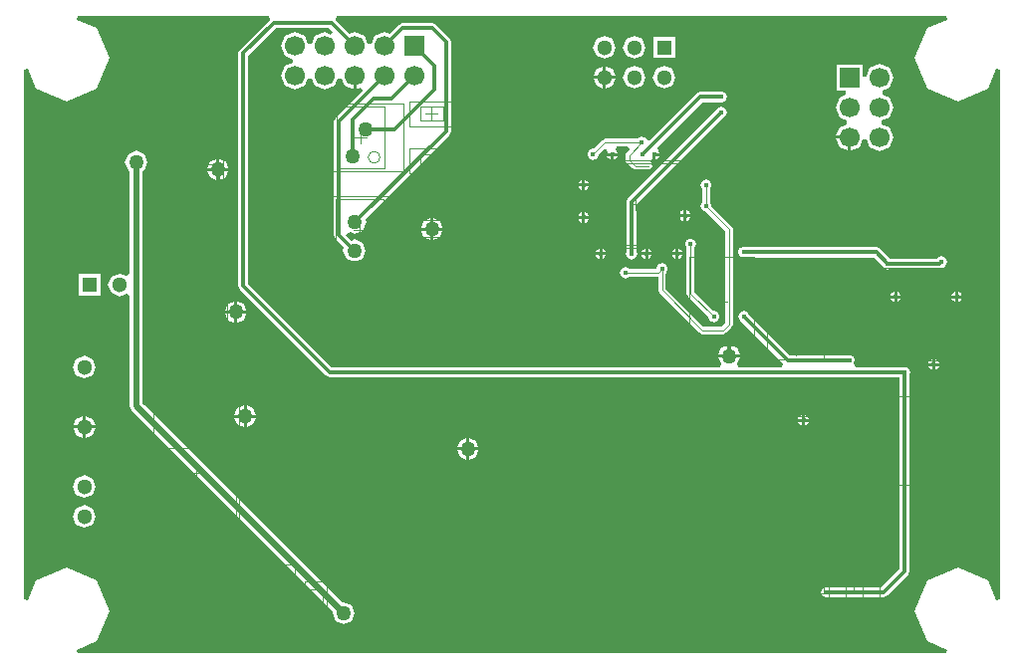
<source format=gbl>
G04 Layer_Physical_Order=2*
G04 Layer_Color=16711680*
%FSLAX42Y42*%
%MOMM*%
G71*
G01*
G75*
%ADD35C,0.30*%
%ADD36C,0.10*%
%ADD37C,0.50*%
%ADD42C,0.05*%
%ADD43R,1.30X1.30*%
%ADD44C,1.30*%
%ADD45C,1.70*%
%ADD46R,1.70X1.70*%
%ADD47R,1.70X1.70*%
%ADD48C,0.40*%
%ADD49C,1.27*%
G36*
X7887Y5437D02*
X7716Y5366D01*
X7609Y5108D01*
X7716Y4849D01*
X7975Y4742D01*
X8234Y4849D01*
X8304Y5019D01*
X8334Y5013D01*
Y502D01*
X8304Y496D01*
X8234Y666D01*
X7975Y773D01*
X7716Y666D01*
X7609Y408D01*
X7716Y149D01*
X7887Y78D01*
X7881Y49D01*
X494D01*
X488Y78D01*
X659Y149D01*
X766Y408D01*
X659Y666D01*
X400Y773D01*
X141Y666D01*
X71Y496D01*
X41Y502D01*
Y5013D01*
X71Y5019D01*
X141Y4849D01*
X400Y4742D01*
X659Y4849D01*
X766Y5108D01*
X659Y5366D01*
X488Y5437D01*
X494Y5466D01*
X2115D01*
X2117Y5464D01*
X2124Y5436D01*
X1870Y5182D01*
X1858Y5151D01*
X1858Y5151D01*
Y3169D01*
X1858Y3169D01*
X1870Y3138D01*
X2602Y2407D01*
X2602Y2407D01*
X2633Y2394D01*
X2633Y2394D01*
X7480D01*
Y766D01*
X7327Y612D01*
X6871D01*
X6857Y618D01*
X6823Y603D01*
X6808Y569D01*
X6823Y534D01*
X6857Y520D01*
X6871Y525D01*
X7345D01*
X7345Y525D01*
X7376Y538D01*
X7555Y717D01*
X7555Y717D01*
X7567Y747D01*
X7567Y747D01*
Y2424D01*
X7573Y2438D01*
X7558Y2472D01*
X7524Y2487D01*
X7511Y2481D01*
X7107D01*
X7092Y2511D01*
X7102Y2535D01*
X7087Y2570D01*
X7053Y2584D01*
X7039Y2579D01*
X6548D01*
X6196Y2931D01*
X6190Y2944D01*
X6156Y2958D01*
X6121Y2944D01*
X6107Y2909D01*
X6121Y2874D01*
X6134Y2869D01*
X6492Y2511D01*
X6482Y2481D01*
X6111D01*
X6100Y2511D01*
X6122Y2564D01*
X5940D01*
X5962Y2511D01*
X5951Y2481D01*
X2651D01*
X1945Y3187D01*
Y5133D01*
X2179Y5368D01*
X2631D01*
X2664Y5334D01*
X2647Y5308D01*
X2596Y5330D01*
X2511Y5295D01*
X2485Y5231D01*
X2453D01*
X2426Y5295D01*
X2342Y5330D01*
X2257Y5295D01*
X2222Y5210D01*
X2257Y5126D01*
X2321Y5099D01*
Y5067D01*
X2257Y5041D01*
X2222Y4956D01*
X2257Y4872D01*
X2342Y4837D01*
X2426Y4872D01*
X2453Y4935D01*
X2485D01*
X2511Y4872D01*
X2596Y4837D01*
X2680Y4872D01*
X2707Y4935D01*
X2739D01*
X2765Y4872D01*
X2837Y4842D01*
Y4956D01*
X2862D01*
Y4842D01*
X2901Y4858D01*
X2918Y4833D01*
X2683Y4597D01*
X2670Y4566D01*
X2670Y4566D01*
Y3601D01*
X2670Y3601D01*
X2683Y3571D01*
X2758Y3495D01*
X2748Y3471D01*
X2776Y3403D01*
X2844Y3375D01*
X2913Y3403D01*
X2941Y3471D01*
X2913Y3539D01*
X2844Y3567D01*
X2820Y3557D01*
X2774Y3603D01*
X2776Y3613D01*
X2810Y3631D01*
X2851Y3615D01*
X2919Y3643D01*
X2947Y3711D01*
X2937Y3735D01*
X3655Y4452D01*
X3655Y4452D01*
X3667Y4483D01*
X3667Y4483D01*
Y5249D01*
X3655Y5280D01*
X3655Y5280D01*
X3541Y5393D01*
X3510Y5406D01*
X3510Y5406D01*
X3256D01*
X3256Y5406D01*
X3225Y5393D01*
X3225Y5393D01*
X3145Y5313D01*
X3104Y5330D01*
X3019Y5295D01*
X2993Y5231D01*
X2961D01*
X2934Y5295D01*
X2850Y5330D01*
X2809Y5313D01*
X2686Y5436D01*
X2693Y5464D01*
X2695Y5466D01*
X7881D01*
X7887Y5437D01*
D02*
G37*
%LPC*%
G36*
X1851Y3040D02*
Y2961D01*
X1929D01*
X1907Y3017D01*
X1851Y3040D01*
D02*
G37*
G36*
X1826D02*
X1770Y3017D01*
X1748Y2961D01*
X1826D01*
Y3040D01*
D02*
G37*
G36*
X7434Y3065D02*
X7402D01*
X7412Y3043D01*
X7434Y3034D01*
Y3065D01*
D02*
G37*
G36*
X7954D02*
X7922D01*
X7932Y3043D01*
X7954Y3034D01*
Y3065D01*
D02*
G37*
G36*
X7490D02*
X7459D01*
Y3034D01*
X7481Y3043D01*
X7490Y3065D01*
D02*
G37*
G36*
X5704Y3575D02*
X5669Y3561D01*
X5655Y3526D01*
X5669Y3492D01*
X5671Y3491D01*
Y3107D01*
X5680Y3083D01*
X5852Y2912D01*
X5851Y2910D01*
X5866Y2876D01*
X5900Y2861D01*
X5935Y2876D01*
X5949Y2910D01*
X5935Y2945D01*
X5900Y2959D01*
X5898Y2959D01*
X5737Y3120D01*
Y3491D01*
X5738Y3492D01*
X5753Y3526D01*
X5738Y3561D01*
X5704Y3575D01*
D02*
G37*
G36*
X6044Y2667D02*
Y2589D01*
X6122D01*
X6099Y2645D01*
X6044Y2667D01*
D02*
G37*
G36*
X6018D02*
X5963Y2645D01*
X5940Y2589D01*
X6018D01*
Y2667D01*
D02*
G37*
G36*
X5834Y4079D02*
X5799Y4065D01*
X5785Y4030D01*
X5799Y3995D01*
X5801Y3994D01*
Y3887D01*
X5799Y3886D01*
X5785Y3851D01*
X5799Y3817D01*
X5834Y3802D01*
X5836Y3803D01*
X5996Y3643D01*
Y2857D01*
X5966Y2828D01*
X5815D01*
X5493Y3150D01*
Y3279D01*
X5495Y3280D01*
X5509Y3315D01*
X5495Y3350D01*
X5460Y3364D01*
X5425Y3350D01*
X5411Y3315D01*
X5187D01*
X5186Y3317D01*
X5151Y3332D01*
X5117Y3317D01*
X5102Y3283D01*
X5117Y3248D01*
X5151Y3233D01*
X5186Y3248D01*
X5187Y3250D01*
X5427D01*
Y3136D01*
X5437Y3113D01*
X5778Y2772D01*
X5801Y2762D01*
X5801Y2762D01*
X5980D01*
X6003Y2772D01*
X6052Y2820D01*
X6062Y2844D01*
Y3656D01*
X6052Y3680D01*
X5882Y3849D01*
X5883Y3851D01*
X5868Y3886D01*
X5867Y3887D01*
Y3994D01*
X5868Y3995D01*
X5883Y4030D01*
X5868Y4065D01*
X5834Y4079D01*
D02*
G37*
G36*
X1929Y2936D02*
X1851D01*
Y2858D01*
X1907Y2881D01*
X1929Y2936D01*
D02*
G37*
G36*
X1826D02*
X1748D01*
X1770Y2881D01*
X1826Y2858D01*
Y2936D01*
D02*
G37*
G36*
X6154Y3507D02*
X6120Y3492D01*
X6105Y3458D01*
X6120Y3423D01*
X6154Y3408D01*
X6167Y3414D01*
X7266D01*
X7341Y3338D01*
X7347Y3325D01*
X7381Y3311D01*
X7394Y3316D01*
X7820D01*
X7820Y3316D01*
X7851Y3329D01*
X7858Y3336D01*
X7871Y3342D01*
X7885Y3376D01*
X7871Y3411D01*
X7836Y3425D01*
X7802Y3411D01*
X7798Y3404D01*
X7399D01*
X7315Y3488D01*
X7284Y3501D01*
X7284Y3501D01*
X6167D01*
X6154Y3507D01*
D02*
G37*
G36*
X991Y4321D02*
X923Y4293D01*
X895Y4225D01*
X923Y4157D01*
X937Y4151D01*
Y3272D01*
X907Y3256D01*
X850Y3279D01*
X781Y3250D01*
X752Y3181D01*
X781Y3112D01*
X850Y3083D01*
X907Y3107D01*
X937Y3090D01*
Y2152D01*
X953Y2114D01*
X2664Y402D01*
X2659Y389D01*
X2687Y321D01*
X2755Y293D01*
X2823Y321D01*
X2851Y389D01*
X2823Y457D01*
X2755Y485D01*
X2742Y479D01*
X1046Y2175D01*
Y4151D01*
X1059Y4157D01*
X1087Y4225D01*
X1059Y4293D01*
X991Y4321D01*
D02*
G37*
G36*
X5964Y4698D02*
X5929Y4684D01*
X5923Y4668D01*
X5169Y3915D01*
X5156Y3884D01*
X5156Y3884D01*
Y3458D01*
X5151Y3445D01*
X5165Y3410D01*
X5200Y3396D01*
X5235Y3410D01*
X5249Y3445D01*
X5244Y3458D01*
Y3866D01*
X5988Y4610D01*
X5998Y4614D01*
X6013Y4649D01*
X5998Y4684D01*
X5964Y4698D01*
D02*
G37*
G36*
X4984Y3432D02*
X4953D01*
Y3401D01*
X4975Y3410D01*
X4984Y3432D01*
D02*
G37*
G36*
X4927D02*
X4896D01*
X4905Y3410D01*
X4927Y3401D01*
Y3432D01*
D02*
G37*
G36*
X686Y3272D02*
X506D01*
Y3091D01*
X686D01*
Y3272D01*
D02*
G37*
G36*
X7434Y3121D02*
X7412Y3112D01*
X7402Y3090D01*
X7434D01*
Y3121D01*
D02*
G37*
G36*
X8010Y3065D02*
X7979D01*
Y3034D01*
X8001Y3043D01*
X8010Y3065D01*
D02*
G37*
G36*
X7459Y3121D02*
Y3090D01*
X7490D01*
X7481Y3112D01*
X7459Y3121D01*
D02*
G37*
G36*
X7979D02*
Y3090D01*
X8010D01*
X8001Y3112D01*
X7979Y3121D01*
D02*
G37*
G36*
X7954D02*
X7932Y3112D01*
X7922Y3090D01*
X7954D01*
Y3121D01*
D02*
G37*
G36*
X7784Y2546D02*
Y2515D01*
X7815D01*
X7806Y2537D01*
X7784Y2546D01*
D02*
G37*
G36*
X537Y1961D02*
X457D01*
X481Y1904D01*
X537Y1881D01*
Y1961D01*
D02*
G37*
G36*
X643D02*
X563D01*
Y1881D01*
X619Y1904D01*
X643Y1961D01*
D02*
G37*
G36*
X1905Y2051D02*
X1827D01*
X1849Y1996D01*
X1905Y1973D01*
Y2051D01*
D02*
G37*
G36*
X6650Y2016D02*
X6618D01*
X6628Y1994D01*
X6650Y1985D01*
Y2016D01*
D02*
G37*
G36*
X2008Y2051D02*
X1930D01*
Y1973D01*
X1986Y1996D01*
X2008Y2051D01*
D02*
G37*
G36*
X3822Y1877D02*
Y1799D01*
X3900D01*
X3877Y1854D01*
X3822Y1877D01*
D02*
G37*
G36*
X550Y1563D02*
X481Y1534D01*
X452Y1465D01*
X481Y1396D01*
X550Y1367D01*
X619Y1396D01*
X648Y1465D01*
X619Y1534D01*
X550Y1563D01*
D02*
G37*
G36*
Y1309D02*
X481Y1280D01*
X452Y1211D01*
X481Y1142D01*
X550Y1113D01*
X619Y1142D01*
X648Y1211D01*
X619Y1280D01*
X550Y1309D01*
D02*
G37*
G36*
X3796Y1774D02*
X3718D01*
X3741Y1718D01*
X3796Y1695D01*
Y1774D01*
D02*
G37*
G36*
Y1877D02*
X3741Y1854D01*
X3718Y1799D01*
X3796D01*
Y1877D01*
D02*
G37*
G36*
X3900Y1774D02*
X3822D01*
Y1695D01*
X3877Y1718D01*
X3900Y1774D01*
D02*
G37*
G36*
X550Y2579D02*
X481Y2550D01*
X452Y2481D01*
X481Y2412D01*
X550Y2383D01*
X619Y2412D01*
X648Y2481D01*
X619Y2550D01*
X550Y2579D01*
D02*
G37*
G36*
X1930Y2155D02*
Y2076D01*
X2008D01*
X1986Y2132D01*
X1930Y2155D01*
D02*
G37*
G36*
X7759Y2490D02*
X7727D01*
X7737Y2468D01*
X7759Y2459D01*
Y2490D01*
D02*
G37*
G36*
Y2546D02*
X7737Y2537D01*
X7727Y2515D01*
X7759D01*
Y2546D01*
D02*
G37*
G36*
X7815Y2490D02*
X7784D01*
Y2459D01*
X7806Y2468D01*
X7815Y2490D01*
D02*
G37*
G36*
X1905Y2155D02*
X1849Y2132D01*
X1827Y2076D01*
X1905D01*
Y2155D01*
D02*
G37*
G36*
X537Y2066D02*
X481Y2042D01*
X457Y1986D01*
X537D01*
Y2066D01*
D02*
G37*
G36*
X6706Y2016D02*
X6675D01*
Y1985D01*
X6697Y1994D01*
X6706Y2016D01*
D02*
G37*
G36*
X563Y2066D02*
Y1986D01*
X643D01*
X619Y2042D01*
X563Y2066D01*
D02*
G37*
G36*
X6675Y2073D02*
Y2041D01*
X6706D01*
X6697Y2064D01*
X6675Y2073D01*
D02*
G37*
G36*
X6650D02*
X6628Y2064D01*
X6618Y2041D01*
X6650D01*
Y2073D01*
D02*
G37*
G36*
X5025Y4277D02*
X4994D01*
X5003Y4255D01*
X5025Y4246D01*
Y4277D01*
D02*
G37*
G36*
X1697Y4252D02*
Y4174D01*
X1776D01*
X1753Y4229D01*
X1697Y4252D01*
D02*
G37*
G36*
X5081Y4277D02*
X5050D01*
Y4246D01*
X5072Y4255D01*
X5081Y4277D01*
D02*
G37*
G36*
X7040Y4423D02*
X6938D01*
X6968Y4352D01*
X7040Y4322D01*
Y4423D01*
D02*
G37*
G36*
X5439Y4277D02*
X5408D01*
Y4246D01*
X5430Y4255D01*
X5439Y4277D01*
D02*
G37*
G36*
X1672Y4252D02*
X1617Y4229D01*
X1594Y4174D01*
X1672D01*
Y4252D01*
D02*
G37*
G36*
X4781Y4074D02*
X4759Y4065D01*
X4750Y4043D01*
X4781D01*
Y4074D01*
D02*
G37*
G36*
X4838Y4017D02*
X4806D01*
Y3986D01*
X4828Y3995D01*
X4838Y4017D01*
D02*
G37*
G36*
X4806Y4074D02*
Y4043D01*
X4838D01*
X4828Y4065D01*
X4806Y4074D01*
D02*
G37*
G36*
X1776Y4149D02*
X1697D01*
Y4070D01*
X1753Y4093D01*
X1776Y4149D01*
D02*
G37*
G36*
X1672D02*
X1594D01*
X1617Y4093D01*
X1672Y4070D01*
Y4149D01*
D02*
G37*
G36*
X4985Y5039D02*
Y4959D01*
X5065D01*
X5042Y5015D01*
X4985Y5039D01*
D02*
G37*
G36*
X4960Y5039D02*
X4903Y5015D01*
X4880Y4959D01*
X4960D01*
Y5039D01*
D02*
G37*
G36*
X4972Y5298D02*
X4903Y5269D01*
X4875Y5200D01*
X4903Y5131D01*
X4972Y5102D01*
X5042Y5131D01*
X5070Y5200D01*
X5042Y5269D01*
X4972Y5298D01*
D02*
G37*
G36*
X5571Y5290D02*
X5390D01*
Y5110D01*
X5571D01*
Y5290D01*
D02*
G37*
G36*
X5226Y5298D02*
X5157Y5269D01*
X5129Y5200D01*
X5157Y5131D01*
X5226Y5102D01*
X5296Y5131D01*
X5324Y5200D01*
X5296Y5269D01*
X5226Y5298D01*
D02*
G37*
G36*
X7308Y5059D02*
X7224Y5024D01*
X7197Y4958D01*
X7193Y4949D01*
X7163Y4955D01*
Y4955D01*
X7163Y4955D01*
X7163Y4985D01*
Y5050D01*
X6942D01*
Y4830D01*
X7018D01*
X7024Y4800D01*
X6968Y4776D01*
X6933Y4692D01*
X6968Y4608D01*
X7034Y4580D01*
Y4548D01*
X6968Y4520D01*
X6938Y4449D01*
X7052D01*
Y4436D01*
X7065D01*
Y4322D01*
X7137Y4352D01*
X7164Y4416D01*
X7196D01*
X7222Y4354D01*
X7307Y4319D01*
X7391Y4354D01*
X7426Y4438D01*
X7391Y4522D01*
X7328Y4549D01*
Y4581D01*
X7391Y4608D01*
X7426Y4692D01*
X7391Y4776D01*
X7336Y4799D01*
Y4832D01*
X7393Y4856D01*
X7428Y4940D01*
X7393Y5024D01*
X7308Y5059D01*
D02*
G37*
G36*
X5226Y5044D02*
X5157Y5015D01*
X5129Y4946D01*
X5157Y4877D01*
X5226Y4848D01*
X5296Y4877D01*
X5324Y4946D01*
X5296Y5015D01*
X5226Y5044D01*
D02*
G37*
G36*
X5964Y4827D02*
X5951Y4821D01*
X5785D01*
X5754Y4808D01*
X5754Y4808D01*
X5357Y4412D01*
X5328Y4417D01*
X5325Y4425D01*
X5290Y4439D01*
X5255Y4425D01*
X5254Y4423D01*
X4975D01*
X4952Y4413D01*
X4877Y4338D01*
X4875Y4339D01*
X4840Y4325D01*
X4826Y4290D01*
X4840Y4255D01*
X4875Y4241D01*
X4910Y4255D01*
X4924Y4290D01*
X4923Y4292D01*
X4975Y4343D01*
X4980Y4341D01*
X4995Y4306D01*
X4994Y4303D01*
X5081D01*
X5072Y4325D01*
X5067Y4327D01*
X5073Y4357D01*
X5171D01*
X5183Y4329D01*
X5160Y4307D01*
X5151Y4284D01*
Y4241D01*
X5160Y4218D01*
X5209Y4169D01*
X5233Y4160D01*
X5348D01*
X5371Y4169D01*
X5381Y4192D01*
X5371Y4216D01*
X5369Y4217D01*
X5364Y4242D01*
X5374Y4250D01*
X5382Y4246D01*
Y4290D01*
X5395D01*
Y4303D01*
X5439D01*
X5430Y4325D01*
X5429Y4325D01*
X5424Y4354D01*
X5803Y4734D01*
X5951D01*
X5964Y4728D01*
X5998Y4743D01*
X6013Y4778D01*
X5998Y4812D01*
X5964Y4827D01*
D02*
G37*
G36*
X5481Y5044D02*
X5411Y5015D01*
X5383Y4946D01*
X5411Y4877D01*
X5481Y4848D01*
X5550Y4877D01*
X5578Y4946D01*
X5550Y5015D01*
X5481Y5044D01*
D02*
G37*
G36*
X4960Y4933D02*
X4880D01*
X4903Y4877D01*
X4960Y4853D01*
Y4933D01*
D02*
G37*
G36*
X5065D02*
X4985D01*
Y4853D01*
X5042Y4877D01*
X5065Y4933D01*
D02*
G37*
G36*
X4781Y4017D02*
X4750D01*
X4759Y3995D01*
X4781Y3986D01*
Y4017D01*
D02*
G37*
G36*
X5343Y3489D02*
Y3458D01*
X5374D01*
X5365Y3480D01*
X5343Y3489D01*
D02*
G37*
G36*
X5317D02*
X5295Y3480D01*
X5286Y3458D01*
X5317D01*
Y3489D01*
D02*
G37*
G36*
X5577D02*
X5555Y3480D01*
X5546Y3458D01*
X5577D01*
Y3489D01*
D02*
G37*
G36*
X3491Y3643D02*
X3413D01*
X3435Y3588D01*
X3491Y3565D01*
Y3643D01*
D02*
G37*
G36*
X5603Y3489D02*
Y3458D01*
X5634D01*
X5625Y3480D01*
X5603Y3489D01*
D02*
G37*
G36*
X4953Y3489D02*
Y3458D01*
X4984D01*
X4975Y3480D01*
X4953Y3489D01*
D02*
G37*
G36*
X5374Y3432D02*
X5343D01*
Y3401D01*
X5365Y3410D01*
X5374Y3432D01*
D02*
G37*
G36*
X5317D02*
X5286D01*
X5295Y3410D01*
X5317Y3401D01*
Y3432D01*
D02*
G37*
G36*
X5577D02*
X5546D01*
X5555Y3410D01*
X5577Y3401D01*
Y3432D01*
D02*
G37*
G36*
X4927Y3489D02*
X4905Y3480D01*
X4896Y3458D01*
X4927D01*
Y3489D01*
D02*
G37*
G36*
X5634Y3432D02*
X5603D01*
Y3401D01*
X5625Y3410D01*
X5634Y3432D01*
D02*
G37*
G36*
X4781Y3798D02*
X4759Y3788D01*
X4750Y3766D01*
X4781D01*
Y3798D01*
D02*
G37*
G36*
X5699Y3757D02*
X5668D01*
Y3726D01*
X5690Y3735D01*
X5699Y3757D01*
D02*
G37*
G36*
X4806Y3798D02*
Y3766D01*
X4838D01*
X4828Y3788D01*
X4806Y3798D01*
D02*
G37*
G36*
X5668Y3814D02*
Y3783D01*
X5699D01*
X5690Y3805D01*
X5668Y3814D01*
D02*
G37*
G36*
X5642D02*
X5620Y3805D01*
X5611Y3783D01*
X5642D01*
Y3814D01*
D02*
G37*
G36*
Y3757D02*
X5611D01*
X5620Y3735D01*
X5642Y3726D01*
Y3757D01*
D02*
G37*
G36*
X3491Y3747D02*
X3435Y3724D01*
X3413Y3668D01*
X3491D01*
Y3747D01*
D02*
G37*
G36*
X3594Y3643D02*
X3516D01*
Y3565D01*
X3572Y3588D01*
X3594Y3643D01*
D02*
G37*
G36*
X3516Y3747D02*
Y3668D01*
X3594D01*
X3572Y3724D01*
X3516Y3747D01*
D02*
G37*
G36*
X4838Y3741D02*
X4806D01*
Y3710D01*
X4828Y3719D01*
X4838Y3741D01*
D02*
G37*
G36*
X4781D02*
X4750D01*
X4759Y3719D01*
X4781Y3710D01*
Y3741D01*
D02*
G37*
%LPD*%
D35*
X1901Y3169D02*
Y5151D01*
Y3169D02*
X2633Y2438D01*
X1901Y5151D02*
X2161Y5411D01*
X5785Y4778D02*
X5964D01*
X5297Y4290D02*
X5785Y4778D01*
X5200Y3884D02*
X5964Y4648D01*
X5200Y3445D02*
Y3884D01*
X7820Y3360D02*
X7836Y3376D01*
X7381Y3360D02*
X7820D01*
X7284Y3458D02*
X7381Y3360D01*
X6154Y3458D02*
X7284D01*
X6530Y2535D02*
X7053D01*
X6156Y2909D02*
X6530Y2535D01*
X2633Y2438D02*
X7524D01*
X2161Y5411D02*
X2649D01*
X2850Y5210D01*
X2714Y4566D02*
X3104Y4956D01*
X2714Y3601D02*
Y4566D01*
Y3601D02*
X2844Y3471D01*
X3006Y4761D02*
X3159D01*
X2941Y4501D02*
X3185D01*
X2827Y4583D02*
X3006Y4761D01*
X3185Y4501D02*
X3526Y4842D01*
X2827Y4274D02*
Y4583D01*
X6857Y569D02*
X7345D01*
X7524Y747D01*
Y2438D01*
X2851Y3711D02*
X3624Y4483D01*
Y5249D01*
X3358Y5210D02*
X3526Y5042D01*
Y4842D02*
Y5042D01*
X3159Y4761D02*
X3355Y4957D01*
X3104Y5210D02*
X3256Y5362D01*
X3510D01*
X3624Y5249D01*
D36*
X5233Y4192D02*
X5348D01*
X5184Y4241D02*
X5233Y4192D01*
X5184Y4241D02*
Y4284D01*
X5290Y4390D01*
X5834Y3851D02*
Y4030D01*
Y3851D02*
X5834Y3851D01*
X6029Y3656D01*
Y2844D02*
Y3656D01*
X5980Y2795D02*
X6029Y2844D01*
X5801Y2795D02*
X5980D01*
X5460Y3136D02*
X5801Y2795D01*
X5460Y3136D02*
Y3315D01*
X5428Y3283D02*
X5460Y3315D01*
X5151Y3283D02*
X5428D01*
X4975Y4390D02*
X5290D01*
X4875Y4290D02*
X4975Y4390D01*
X5704Y3107D02*
X5900Y2910D01*
X5704Y3107D02*
Y3526D01*
X3064Y4265D02*
G03*
X3064Y4265I-50J0D01*
G01*
X3056Y3477D02*
G03*
X3056Y3477I-50J0D01*
G01*
X7354Y2796D02*
G03*
X7354Y2796I-50J0D01*
G01*
X6326Y4872D02*
G03*
X6326Y4872I-50J0D01*
G01*
X570Y4035D02*
X745D01*
X570Y3733D02*
X745D01*
X570D02*
Y4035D01*
X745Y3733D02*
Y4035D01*
X6519Y1849D02*
Y2169D01*
X6349Y1849D02*
Y2169D01*
X6519D01*
X6349Y1849D02*
X6519D01*
X7865Y2270D02*
X8065D01*
X7865Y2145D02*
X8065D01*
X7865D02*
Y2270D01*
X8065Y2145D02*
Y2270D01*
X7865Y2020D02*
X8065D01*
X7865Y1895D02*
X8065D01*
X7865D02*
Y2020D01*
X8065Y1895D02*
Y2020D01*
X7855Y1644D02*
X8055D01*
X7855Y1769D02*
X8055D01*
Y1644D02*
Y1769D01*
X7855Y1644D02*
Y1769D01*
X6412Y1386D02*
X6732D01*
X6412Y1216D02*
X6732D01*
X6412D02*
Y1386D01*
X6732Y1216D02*
Y1386D01*
X3104Y4176D02*
Y4696D01*
X2694Y4176D02*
Y4696D01*
Y4176D02*
X3104D01*
X2694Y4696D02*
X3104D01*
X3096Y3387D02*
Y3907D01*
X2686Y3387D02*
Y3907D01*
Y3387D02*
X3096D01*
X2686Y3907D02*
X3096D01*
X1300Y2361D02*
Y2606D01*
X1375Y2681D01*
X1700D01*
X1380Y2281D02*
X1700D01*
X1300Y2361D02*
X1380Y2281D01*
X1700D02*
Y2681D01*
X1988Y336D02*
X2233D01*
X1912Y411D02*
X1988Y336D01*
X1912Y411D02*
Y736D01*
X2312Y416D02*
Y736D01*
X2233Y336D02*
X2312Y416D01*
X1912Y736D02*
X2312D01*
X1371Y3806D02*
X1616D01*
X1296Y3881D02*
X1371Y3806D01*
X1296Y3881D02*
Y4206D01*
X1696Y3886D02*
Y4206D01*
X1616Y3806D02*
X1696Y3886D01*
X1296Y4206D02*
X1696D01*
X1570Y2901D02*
Y3321D01*
X1730Y2901D02*
Y3321D01*
X1570Y2901D02*
X1730D01*
X1570Y3321D02*
X1730D01*
X1430Y391D02*
Y811D01*
X1270Y391D02*
Y811D01*
X1430D01*
X1270Y391D02*
X1430D01*
X7214Y2706D02*
X8004D01*
X7214Y3156D02*
X8004D01*
X7214Y2706D02*
Y3156D01*
X8004Y2706D02*
Y3156D01*
X4883Y3517D02*
Y4217D01*
X5583Y3517D02*
Y4217D01*
X4883D02*
X5583D01*
X4883Y3517D02*
X5583D01*
X3040Y164D02*
Y1364D01*
X4240Y164D02*
Y1364D01*
X3040D02*
X4240D01*
X3040Y164D02*
X4240D01*
X7074Y2909D02*
Y3229D01*
X6904Y2909D02*
Y3229D01*
X7074D01*
X6904Y2909D02*
X7074D01*
X6412Y940D02*
X6732D01*
X6412Y1110D02*
X6732D01*
Y940D02*
Y1110D01*
X6412Y940D02*
Y1110D01*
X228Y3749D02*
Y3949D01*
X348Y3749D02*
Y3949D01*
X228Y3749D02*
X348D01*
X228Y3949D02*
X348D01*
X478Y4239D02*
Y4439D01*
X598Y4239D02*
Y4439D01*
X478Y4239D02*
X598D01*
X478Y4439D02*
X598D01*
X6691Y2111D02*
X6891D01*
X6691Y2231D02*
X6891D01*
Y2111D02*
Y2231D01*
X6691Y2111D02*
Y2231D01*
X3403Y4575D02*
X3603D01*
X3403Y4695D02*
X3603D01*
Y4575D02*
Y4695D01*
X3403Y4575D02*
Y4695D01*
Y4175D02*
X3603D01*
X3403Y4295D02*
X3603D01*
Y4175D02*
Y4295D01*
X3403Y4175D02*
Y4295D01*
Y3775D02*
X3603D01*
X3403Y3895D02*
X3603D01*
Y3775D02*
Y3895D01*
X3403Y3775D02*
Y3895D01*
Y3425D02*
X3603D01*
X3403Y3545D02*
X3603D01*
Y3425D02*
Y3545D01*
X3403Y3425D02*
Y3545D01*
X1290Y3051D02*
Y3251D01*
X1410Y3051D02*
Y3251D01*
X1290Y3051D02*
X1410D01*
X1290Y3251D02*
X1410D01*
X1590Y461D02*
Y661D01*
X1710Y461D02*
Y661D01*
X1590Y461D02*
X1710D01*
X1590Y661D02*
X1710D01*
X2456Y388D02*
Y588D01*
X2581Y388D02*
Y588D01*
X2456Y388D02*
X2581D01*
X2456Y588D02*
X2581D01*
X3999Y1477D02*
X4199D01*
X3999Y1602D02*
X4199D01*
Y1477D02*
Y1602D01*
X3999Y1477D02*
Y1602D01*
Y1727D02*
X4199D01*
X3999Y1852D02*
X4199D01*
Y1727D02*
Y1852D01*
X3999Y1727D02*
Y1852D01*
X718Y4230D02*
Y4430D01*
X843Y4230D02*
Y4430D01*
X718Y4230D02*
X843D01*
X718Y4430D02*
X843D01*
X6976Y959D02*
X7176D01*
X6976Y1084D02*
X7176D01*
Y959D02*
Y1084D01*
X6976Y959D02*
Y1084D01*
X4254Y5059D02*
Y5259D01*
X4379Y5059D02*
Y5259D01*
X4254Y5059D02*
X4379D01*
X4254Y5259D02*
X4379D01*
X4612Y5059D02*
Y5259D01*
X4737Y5059D02*
Y5259D01*
X4612Y5059D02*
X4737D01*
X4612Y5259D02*
X4737D01*
X2381Y4295D02*
Y4455D01*
X2461Y4295D02*
Y4455D01*
X2381Y4295D02*
X2461D01*
X2381Y4455D02*
X2461D01*
X2203Y4205D02*
Y4365D01*
X2283Y4205D02*
Y4365D01*
X2203Y4205D02*
X2283D01*
X2203Y4365D02*
X2283D01*
X2244Y3779D02*
X2404D01*
X2244Y3699D02*
X2404D01*
X2244D02*
Y3779D01*
X2404Y3699D02*
Y3779D01*
X2244Y3616D02*
X2404D01*
X2244Y3536D02*
X2404D01*
X2244D02*
Y3616D01*
X2404Y3536D02*
Y3616D01*
X6553Y880D02*
X6693D01*
X6553Y580D02*
X6693D01*
X6553D02*
Y880D01*
X6693Y580D02*
Y880D01*
X6739Y2001D02*
X6879D01*
X6739Y1701D02*
X6879D01*
X6739D02*
Y2001D01*
X6879Y1701D02*
Y2001D01*
X7022Y785D02*
X7162D01*
X7022Y485D02*
X7162D01*
X7022D02*
Y785D01*
X7162Y485D02*
Y785D01*
X1162Y1156D02*
Y1791D01*
X1838Y1156D02*
Y1791D01*
X1162Y1156D02*
X1838D01*
X1162Y1791D02*
X1838D01*
X6186Y4462D02*
X6586D01*
X6186Y4962D02*
X6586D01*
Y4462D02*
Y4962D01*
X6186Y4462D02*
Y4962D01*
X6825Y2883D02*
Y3303D01*
X6665Y2883D02*
Y3303D01*
X6825D01*
X6665Y2883D02*
X6825D01*
X4288Y4747D02*
X4708D01*
X4288Y4907D02*
X4708D01*
Y4747D02*
Y4907D01*
X4288Y4747D02*
Y4907D01*
X657Y3834D02*
Y3934D01*
X607Y3884D02*
X707D01*
X5964Y2989D02*
Y3089D01*
X5914Y3039D02*
X6014D01*
X6384Y2009D02*
X6484D01*
X6434Y1959D02*
Y2059D01*
X7344Y1804D02*
Y1904D01*
X7294Y1854D02*
X7394D01*
X7965Y2157D02*
Y2257D01*
X7915Y2207D02*
X8015D01*
X7965Y1907D02*
Y2007D01*
X7915Y1957D02*
X8015D01*
X7955Y1656D02*
Y1756D01*
X7905Y1706D02*
X8005D01*
X6572Y1251D02*
Y1351D01*
X6522Y1301D02*
X6622D01*
X2849Y4435D02*
X2949D01*
X2899Y4385D02*
Y4485D01*
X2841Y3647D02*
X2941D01*
X2891Y3597D02*
Y3697D01*
X1500Y2431D02*
Y2531D01*
X1450Y2481D02*
X1550D01*
X2062Y536D02*
X2162D01*
X2112Y486D02*
Y586D01*
X1446Y4006D02*
X1546D01*
X1496Y3956D02*
Y4056D01*
X1600Y3111D02*
X1700D01*
X1650Y3061D02*
Y3161D01*
X1300Y601D02*
X1400D01*
X1350Y551D02*
Y651D01*
X7609Y2881D02*
Y2981D01*
X7559Y2931D02*
X7659D01*
X5183Y3867D02*
X5283D01*
X5233Y3817D02*
Y3917D01*
X3590Y764D02*
X3690D01*
X3640Y714D02*
Y814D01*
X6939Y3069D02*
X7039D01*
X6989Y3019D02*
Y3119D01*
X6572Y975D02*
Y1075D01*
X6522Y1025D02*
X6622D01*
X238Y3849D02*
X338D01*
X288Y3799D02*
Y3899D01*
X488Y4339D02*
X588D01*
X538Y4289D02*
Y4389D01*
X6791Y2121D02*
Y2221D01*
X6741Y2171D02*
X6841D01*
X3503Y4585D02*
Y4685D01*
X3453Y4635D02*
X3553D01*
X3503Y4185D02*
Y4285D01*
X3453Y4235D02*
X3553D01*
X3503Y3785D02*
Y3885D01*
X3453Y3835D02*
X3553D01*
X3503Y3435D02*
Y3535D01*
X3453Y3485D02*
X3553D01*
X1300Y3151D02*
X1400D01*
X1350Y3101D02*
Y3201D01*
X1600Y561D02*
X1700D01*
X1650Y511D02*
Y611D01*
X6325Y3361D02*
X6565D01*
X6325Y2881D02*
Y3361D01*
Y2881D02*
X6565D01*
Y3361D01*
X6355Y3121D02*
X6535D01*
X6445Y3031D02*
Y3211D01*
X6835Y2550D02*
Y2790D01*
X6355D02*
X6835D01*
X6355Y2550D02*
Y2790D01*
Y2550D02*
X6835D01*
X6595Y2580D02*
Y2760D01*
X6505Y2670D02*
X6685D01*
X2469Y488D02*
X2569D01*
X2519Y438D02*
Y538D01*
X4099Y1490D02*
Y1590D01*
X4049Y1540D02*
X4149D01*
X4099Y1740D02*
Y1840D01*
X4049Y1790D02*
X4149D01*
X730Y4330D02*
X830D01*
X780Y4280D02*
Y4380D01*
X7076Y971D02*
Y1071D01*
X7026Y1021D02*
X7126D01*
X4267Y5159D02*
X4367D01*
X4317Y5109D02*
Y5209D01*
X4624Y5159D02*
X4724D01*
X4674Y5109D02*
Y5209D01*
X2381Y4375D02*
X2461D01*
X2421Y4335D02*
Y4415D01*
X2203Y4285D02*
X2283D01*
X2243Y4245D02*
Y4325D01*
X2324Y3699D02*
Y3779D01*
X2284Y3739D02*
X2364D01*
X2324Y3536D02*
Y3616D01*
X2284Y3576D02*
X2364D01*
X6623Y680D02*
Y780D01*
X6573Y730D02*
X6673D01*
X6809Y1801D02*
Y1901D01*
X6759Y1851D02*
X6859D01*
X7093Y585D02*
Y685D01*
X7043Y635D02*
X7143D01*
X1450Y1581D02*
X1550D01*
X1500Y1531D02*
Y1631D01*
X6386Y4662D02*
Y4762D01*
X6336Y4712D02*
X6436D01*
X6695Y3092D02*
X6795D01*
X6745Y3042D02*
Y3142D01*
X4498Y4777D02*
Y4877D01*
X4448Y4827D02*
X4548D01*
D37*
X991Y2152D02*
X2755Y389D01*
X991Y2152D02*
Y4225D01*
D42*
X457Y4059D02*
X857D01*
X457Y3709D02*
X857D01*
X457D02*
Y4059D01*
X857Y3709D02*
Y4059D01*
X5689Y3416D02*
X6239D01*
X5689Y2661D02*
X6239D01*
Y3416D01*
X5689Y2661D02*
Y3416D01*
X6549Y1779D02*
Y2239D01*
X6319Y1779D02*
Y2239D01*
X6549D01*
X6319Y1779D02*
X6549D01*
X7069Y2231D02*
X7619D01*
X7069Y1476D02*
X7619D01*
Y2231D01*
X7069Y1476D02*
Y2231D01*
X7790Y2302D02*
X8140D01*
X7790Y2112D02*
X8140D01*
X7790D02*
Y2302D01*
X8140Y2112D02*
Y2302D01*
X7790Y2052D02*
X8140D01*
X7790Y1862D02*
X8140D01*
X7790D02*
Y2052D01*
X8140Y1862D02*
Y2052D01*
X7780Y1611D02*
X8130D01*
X7780Y1801D02*
X8130D01*
Y1611D02*
Y1801D01*
X7780Y1611D02*
Y1801D01*
X6342Y1416D02*
X6803D01*
X6342Y1186D02*
X6803D01*
X6342D02*
Y1416D01*
X6803Y1186D02*
Y1416D01*
X3264Y4151D02*
Y4721D01*
X2534Y4151D02*
Y4721D01*
Y4151D02*
X3264D01*
X2534Y4721D02*
X3264D01*
X3256Y3362D02*
Y3932D01*
X2526Y3362D02*
Y3932D01*
Y3362D02*
X3256D01*
X2526Y3932D02*
X3256D01*
X1230Y2251D02*
X1770D01*
X1230Y2711D02*
X1770D01*
Y2251D02*
Y2711D01*
X1230Y2251D02*
Y2711D01*
X2342Y266D02*
Y806D01*
X1883Y266D02*
Y806D01*
X2342D01*
X1883Y266D02*
X2342D01*
X1726Y3736D02*
Y4276D01*
X1266Y3736D02*
Y4276D01*
X1726D01*
X1266Y3736D02*
X1726D01*
X1760Y2836D02*
Y3386D01*
X1540Y2836D02*
X1760D01*
X1540D02*
Y3386D01*
X1760D01*
X1240Y326D02*
Y876D01*
X1460D01*
Y326D02*
Y876D01*
X1240Y326D02*
X1460D01*
X7189Y2536D02*
X8029D01*
X7189Y3326D02*
X8029D01*
X7189Y2536D02*
Y3326D01*
X8029Y2536D02*
Y3326D01*
X4858Y3492D02*
Y4242D01*
X5608Y3492D02*
Y4242D01*
X4858D02*
X5608D01*
X4858Y3492D02*
X5608D01*
X2965Y139D02*
Y1389D01*
X4315Y139D02*
Y1389D01*
X2965D02*
X4315D01*
X2965Y139D02*
X4315D01*
X7104Y2839D02*
Y3299D01*
X6874Y2839D02*
Y3299D01*
X7104D01*
X6874Y2839D02*
X7104D01*
X6342Y910D02*
X6803D01*
X6342Y1140D02*
X6803D01*
Y910D02*
Y1140D01*
X6342Y910D02*
Y1140D01*
X183Y3659D02*
Y4039D01*
X393Y3659D02*
Y4039D01*
X183Y3659D02*
X393D01*
X183Y4039D02*
X393D01*
X433Y4149D02*
Y4529D01*
X643Y4149D02*
Y4529D01*
X433Y4149D02*
X643D01*
X433Y4529D02*
X643D01*
X6601Y2066D02*
X6981D01*
X6601Y2276D02*
X6981D01*
Y2066D02*
Y2276D01*
X6601Y2066D02*
Y2276D01*
X3312Y4530D02*
X3692D01*
X3312Y4740D02*
X3692D01*
Y4530D02*
Y4740D01*
X3312Y4530D02*
Y4740D01*
Y4130D02*
X3692D01*
X3312Y4340D02*
X3692D01*
Y4130D02*
Y4340D01*
X3312Y4130D02*
Y4340D01*
Y3730D02*
X3692D01*
X3312Y3940D02*
X3692D01*
Y3730D02*
Y3940D01*
X3312Y3730D02*
Y3940D01*
Y3380D02*
X3692D01*
X3312Y3590D02*
X3692D01*
Y3380D02*
Y3590D01*
X3312Y3380D02*
Y3590D01*
X1245Y2961D02*
Y3341D01*
X1455Y2961D02*
Y3341D01*
X1245Y2961D02*
X1455D01*
X1245Y3341D02*
X1455D01*
X1545Y371D02*
Y751D01*
X1755Y371D02*
Y751D01*
X1545Y371D02*
X1755D01*
X1545Y751D02*
X1755D01*
X2424Y312D02*
Y662D01*
X2614Y312D02*
Y662D01*
X2424Y312D02*
X2614D01*
X2424Y662D02*
X2614D01*
X3924Y1445D02*
X4274D01*
X3924Y1635D02*
X4274D01*
Y1445D02*
Y1635D01*
X3924Y1445D02*
Y1635D01*
Y1695D02*
X4274D01*
X3924Y1885D02*
X4274D01*
Y1695D02*
Y1885D01*
X3924Y1695D02*
Y1885D01*
X685Y4155D02*
Y4505D01*
X875Y4155D02*
Y4505D01*
X685Y4155D02*
X875D01*
X685Y4505D02*
X875D01*
X6901Y926D02*
X7251D01*
X6901Y1116D02*
X7251D01*
Y926D02*
Y1116D01*
X6901Y926D02*
Y1116D01*
X4222Y4984D02*
Y5334D01*
X4412Y4984D02*
Y5334D01*
X4222Y4984D02*
X4412D01*
X4222Y5334D02*
X4412D01*
X4579Y4984D02*
Y5334D01*
X4769Y4984D02*
Y5334D01*
X4579Y4984D02*
X4769D01*
X4579Y5334D02*
X4769D01*
X2351Y4220D02*
Y4530D01*
X2491Y4220D02*
Y4530D01*
X2351Y4220D02*
X2491D01*
X2351Y4530D02*
X2491D01*
X2173Y4130D02*
Y4440D01*
X2313Y4130D02*
Y4440D01*
X2173Y4130D02*
X2313D01*
X2173Y4440D02*
X2313D01*
X2169Y3809D02*
X2479D01*
X2169Y3669D02*
X2479D01*
X2169D02*
Y3809D01*
X2479Y3669D02*
Y3809D01*
X2169Y3646D02*
X2479D01*
X2169Y3506D02*
X2479D01*
X2169D02*
Y3646D01*
X2479Y3506D02*
Y3646D01*
X6408Y905D02*
X6838D01*
X6408Y555D02*
X6838D01*
X6408D02*
Y905D01*
X6838Y555D02*
Y905D01*
X6594Y2026D02*
X7024D01*
X6594Y1676D02*
X7024D01*
X6594D02*
Y2026D01*
X7024Y1676D02*
Y2026D01*
X6878Y810D02*
X7307D01*
X6878Y460D02*
X7307D01*
X6878D02*
Y810D01*
X7307Y460D02*
Y810D01*
X1138Y994D02*
Y2169D01*
X1862Y994D02*
Y2169D01*
X1138Y994D02*
X1862D01*
X1138Y2169D02*
X1862D01*
X6011Y4438D02*
X6761D01*
X6011Y4988D02*
X6761D01*
Y4438D02*
Y4988D01*
X6011Y4438D02*
Y4988D01*
X6635Y2817D02*
Y3367D01*
X6855D01*
Y2817D02*
Y3367D01*
X6635Y2817D02*
X6855D01*
X4223Y4937D02*
X4773D01*
Y4717D02*
Y4937D01*
X4223Y4717D02*
X4773D01*
X4223D02*
Y4937D01*
D43*
X596Y3181D02*
D03*
X5481Y5200D02*
D03*
D44*
X850Y3181D02*
D03*
X4972Y5200D02*
D03*
Y4946D02*
D03*
X5481D02*
D03*
X5226Y5200D02*
D03*
Y4946D02*
D03*
X550Y2481D02*
D03*
Y1973D02*
D03*
Y1465D02*
D03*
Y1211D02*
D03*
D45*
X7053Y4436D02*
D03*
X7307Y4438D02*
D03*
X7053Y4692D02*
D03*
X7307D02*
D03*
X7308Y4940D02*
D03*
X2342Y5210D02*
D03*
Y4956D02*
D03*
X2596Y5210D02*
D03*
Y4956D02*
D03*
X2850Y5210D02*
D03*
Y4956D02*
D03*
X3104Y5210D02*
D03*
Y4956D02*
D03*
X3355Y4957D02*
D03*
D46*
X7053Y4940D02*
D03*
D47*
X3358Y5210D02*
D03*
D48*
X5834Y4030D02*
D03*
X5395Y4290D02*
D03*
X5151Y3283D02*
D03*
X5460Y3315D02*
D03*
X5834Y3851D02*
D03*
X4875Y4290D02*
D03*
X5290Y4390D02*
D03*
X5200Y3445D02*
D03*
X7836Y3376D02*
D03*
X6154Y3458D02*
D03*
X6156Y2909D02*
D03*
X7053Y2535D02*
D03*
X6662Y2029D02*
D03*
X5964Y4649D02*
D03*
Y4778D02*
D03*
X5297Y4290D02*
D03*
X5038D02*
D03*
X4794Y4030D02*
D03*
X7381Y3360D02*
D03*
X7446Y3077D02*
D03*
X7966D02*
D03*
X7771Y2502D02*
D03*
X6857Y569D02*
D03*
X7524Y2438D02*
D03*
X5900Y2910D02*
D03*
X5704Y3526D02*
D03*
X4940Y3445D02*
D03*
X5590Y3445D02*
D03*
X4794Y3754D02*
D03*
X5330Y3445D02*
D03*
X5655Y3770D02*
D03*
D49*
X2941Y4501D02*
D03*
X6031Y2576D02*
D03*
X3809Y1786D02*
D03*
X3504Y3656D02*
D03*
X1685Y4161D02*
D03*
X1839Y2949D02*
D03*
X1917Y2064D02*
D03*
X991Y4225D02*
D03*
X2827Y4274D02*
D03*
X2851Y3711D02*
D03*
X2844Y3471D02*
D03*
X2755Y389D02*
D03*
M02*

</source>
